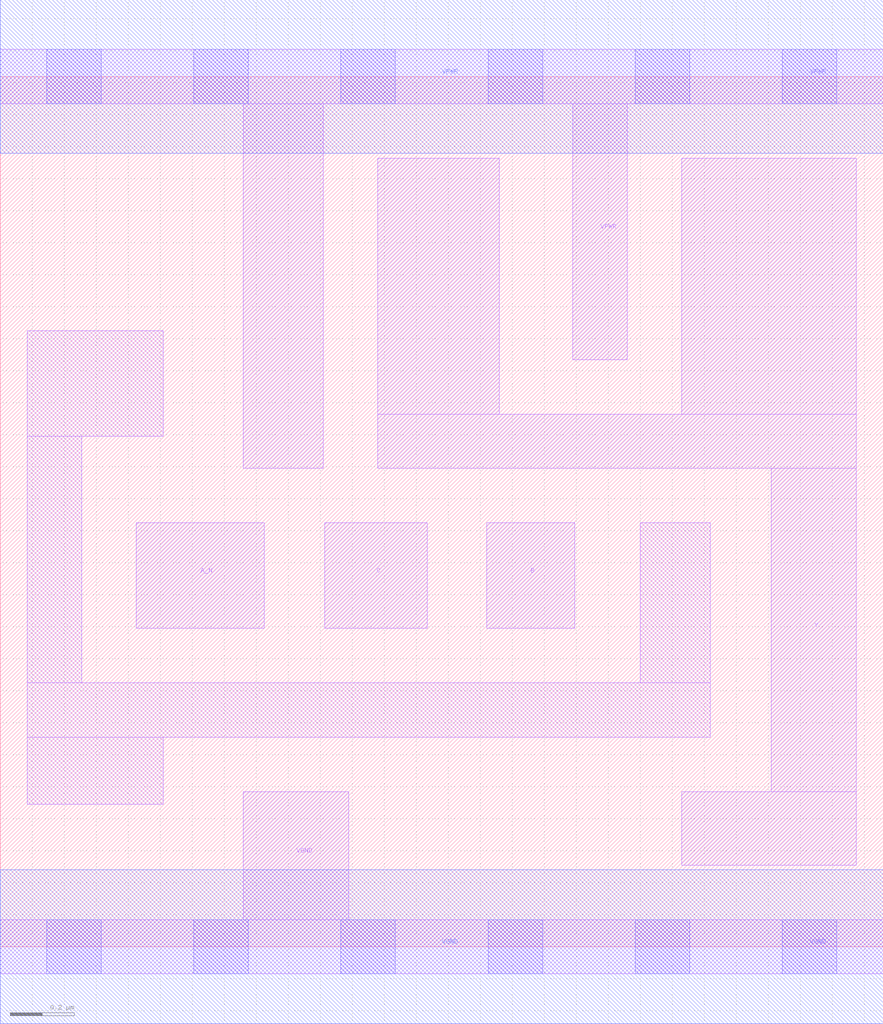
<source format=lef>
# Copyright 2020 The SkyWater PDK Authors
#
# Licensed under the Apache License, Version 2.0 (the "License");
# you may not use this file except in compliance with the License.
# You may obtain a copy of the License at
#
#     https://www.apache.org/licenses/LICENSE-2.0
#
# Unless required by applicable law or agreed to in writing, software
# distributed under the License is distributed on an "AS IS" BASIS,
# WITHOUT WARRANTIES OR CONDITIONS OF ANY KIND, either express or implied.
# See the License for the specific language governing permissions and
# limitations under the License.
#
# SPDX-License-Identifier: Apache-2.0

VERSION 5.7 ;
  NAMESCASESENSITIVE ON ;
  NOWIREEXTENSIONATPIN ON ;
  DIVIDERCHAR "/" ;
  BUSBITCHARS "[]" ;
UNITS
  DATABASE MICRONS 200 ;
END UNITS
PROPERTYDEFINITIONS
  MACRO maskLayoutSubType STRING ;
  MACRO prCellType STRING ;
  MACRO originalViewName STRING ;
END PROPERTYDEFINITIONS
MACRO sky130_fd_sc_hdll__nand3b_1
  CLASS CORE ;
  FOREIGN sky130_fd_sc_hdll__nand3b_1 ;
  ORIGIN  0.000000  0.000000 ;
  SIZE  2.760000 BY  2.720000 ;
  SYMMETRY X Y R90 ;
  SITE unithd ;
  PIN A_N
    ANTENNAGATEAREA  0.138600 ;
    DIRECTION INPUT ;
    USE SIGNAL ;
    PORT
      LAYER li1 ;
        RECT 0.425000 0.995000 0.825000 1.325000 ;
    END
  END A_N
  PIN B
    ANTENNAGATEAREA  0.277500 ;
    DIRECTION INPUT ;
    USE SIGNAL ;
    PORT
      LAYER li1 ;
        RECT 1.520000 0.995000 1.795000 1.325000 ;
    END
  END B
  PIN C
    ANTENNAGATEAREA  0.277500 ;
    DIRECTION INPUT ;
    USE SIGNAL ;
    PORT
      LAYER li1 ;
        RECT 1.015000 0.995000 1.335000 1.325000 ;
    END
  END C
  PIN VGND
    ANTENNADIFFAREA  0.233000 ;
    DIRECTION INOUT ;
    USE SIGNAL ;
    PORT
      LAYER li1 ;
        RECT 0.000000 -0.085000 2.760000 0.085000 ;
        RECT 0.760000  0.085000 1.090000 0.485000 ;
      LAYER mcon ;
        RECT 0.145000 -0.085000 0.315000 0.085000 ;
        RECT 0.605000 -0.085000 0.775000 0.085000 ;
        RECT 1.065000 -0.085000 1.235000 0.085000 ;
        RECT 1.525000 -0.085000 1.695000 0.085000 ;
        RECT 1.985000 -0.085000 2.155000 0.085000 ;
        RECT 2.445000 -0.085000 2.615000 0.085000 ;
      LAYER met1 ;
        RECT 0.000000 -0.240000 2.760000 0.240000 ;
    END
  END VGND
  PIN VPWR
    ANTENNADIFFAREA  0.605700 ;
    DIRECTION INOUT ;
    USE SIGNAL ;
    PORT
      LAYER li1 ;
        RECT 0.000000 2.635000 2.760000 2.805000 ;
        RECT 0.760000 1.495000 1.010000 2.635000 ;
        RECT 1.790000 1.835000 1.960000 2.635000 ;
      LAYER mcon ;
        RECT 0.145000 2.635000 0.315000 2.805000 ;
        RECT 0.605000 2.635000 0.775000 2.805000 ;
        RECT 1.065000 2.635000 1.235000 2.805000 ;
        RECT 1.525000 2.635000 1.695000 2.805000 ;
        RECT 1.985000 2.635000 2.155000 2.805000 ;
        RECT 2.445000 2.635000 2.615000 2.805000 ;
      LAYER met1 ;
        RECT 0.000000 2.480000 2.760000 2.960000 ;
    END
  END VPWR
  PIN Y
    ANTENNADIFFAREA  0.775250 ;
    DIRECTION OUTPUT ;
    USE SIGNAL ;
    PORT
      LAYER li1 ;
        RECT 1.180000 1.495000 2.675000 1.665000 ;
        RECT 1.180000 1.665000 1.560000 2.465000 ;
        RECT 2.130000 0.255000 2.675000 0.485000 ;
        RECT 2.130000 1.665000 2.675000 2.465000 ;
        RECT 2.410000 0.485000 2.675000 1.495000 ;
    END
  END Y
  OBS
    LAYER li1 ;
      RECT 0.085000 0.445000 0.510000 0.655000 ;
      RECT 0.085000 0.655000 2.220000 0.825000 ;
      RECT 0.085000 0.825000 0.255000 1.595000 ;
      RECT 0.085000 1.595000 0.510000 1.925000 ;
      RECT 2.000000 0.825000 2.220000 1.325000 ;
  END
  PROPERTY maskLayoutSubType "abstract" ;
  PROPERTY prCellType "standard" ;
  PROPERTY originalViewName "layout" ;
END sky130_fd_sc_hdll__nand3b_1

</source>
